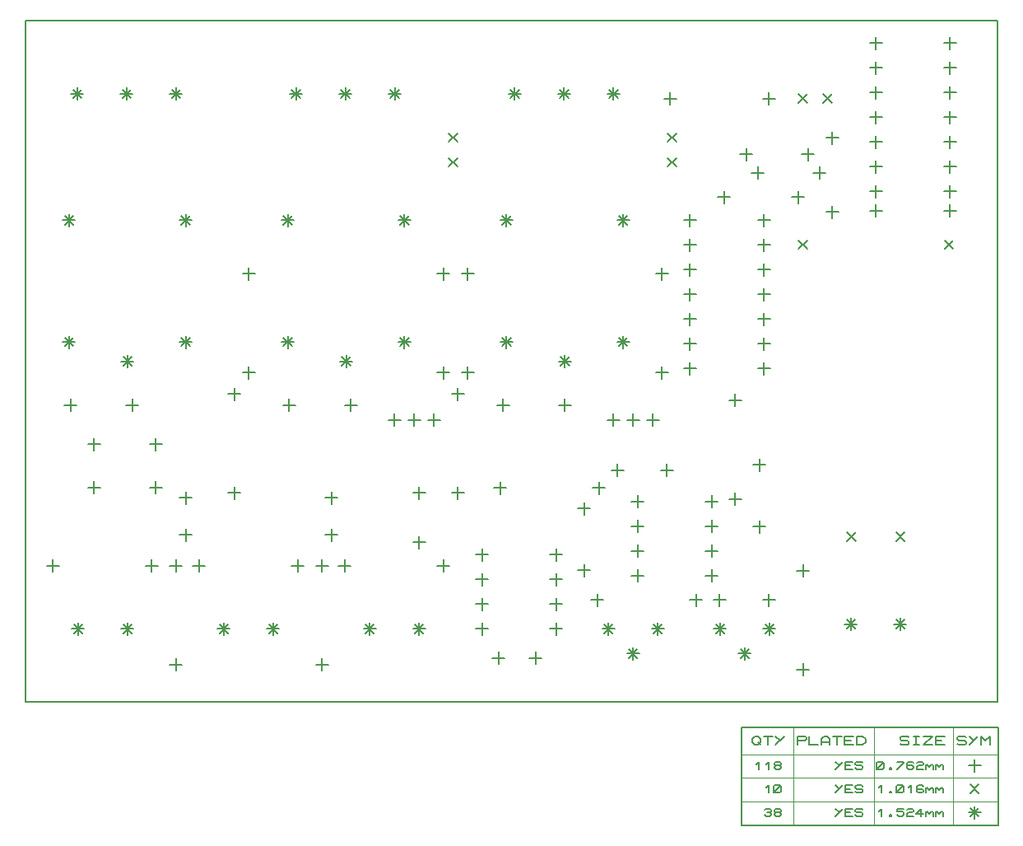
<source format=gbr>
G04 PROTEUS RS274X GERBER FILE*
%FSLAX45Y45*%
%MOMM*%
G01*
%ADD20C,0.203200*%
%ADD21C,0.127000*%
%ADD22C,0.063500*%
D20*
X-992000Y+863500D02*
X-992000Y+736500D01*
X-928500Y+800000D02*
X-1055500Y+800000D01*
X-947099Y+844901D02*
X-1036901Y+755099D01*
X-947099Y+755099D02*
X-1036901Y+844901D01*
X-1500000Y+863500D02*
X-1500000Y+736500D01*
X-1436500Y+800000D02*
X-1563500Y+800000D01*
X-1455099Y+844901D02*
X-1544901Y+755099D01*
X-1455099Y+755099D02*
X-1544901Y+844901D01*
X-3942000Y+6313500D02*
X-3942000Y+6186500D01*
X-3878500Y+6250000D02*
X-4005500Y+6250000D01*
X-3897099Y+6294901D02*
X-3986901Y+6205099D01*
X-3897099Y+6205099D02*
X-3986901Y+6294901D01*
X-4450000Y+6313500D02*
X-4450000Y+6186500D01*
X-4386500Y+6250000D02*
X-4513500Y+6250000D01*
X-4405099Y+6294901D02*
X-4494901Y+6205099D01*
X-4405099Y+6205099D02*
X-4494901Y+6294901D01*
X-4958000Y+6313500D02*
X-4958000Y+6186500D01*
X-4894500Y+6250000D02*
X-5021500Y+6250000D01*
X-4913099Y+6294901D02*
X-5002901Y+6205099D01*
X-4913099Y+6205099D02*
X-5002901Y+6294901D01*
X-8442000Y+6313500D02*
X-8442000Y+6186500D01*
X-8378500Y+6250000D02*
X-8505500Y+6250000D01*
X-8397099Y+6294901D02*
X-8486901Y+6205099D01*
X-8397099Y+6205099D02*
X-8486901Y+6294901D01*
X-8950000Y+6313500D02*
X-8950000Y+6186500D01*
X-8886500Y+6250000D02*
X-9013500Y+6250000D01*
X-8905099Y+6294901D02*
X-8994901Y+6205099D01*
X-8905099Y+6205099D02*
X-8994901Y+6294901D01*
X-9458000Y+6313500D02*
X-9458000Y+6186500D01*
X-9394500Y+6250000D02*
X-9521500Y+6250000D01*
X-9413099Y+6294901D02*
X-9502901Y+6205099D01*
X-9413099Y+6205099D02*
X-9502901Y+6294901D01*
X-6192000Y+6313500D02*
X-6192000Y+6186500D01*
X-6128500Y+6250000D02*
X-6255500Y+6250000D01*
X-6147099Y+6294901D02*
X-6236901Y+6205099D01*
X-6147099Y+6205099D02*
X-6236901Y+6294901D01*
X-6700000Y+6313500D02*
X-6700000Y+6186500D01*
X-6636500Y+6250000D02*
X-6763500Y+6250000D01*
X-6655099Y+6294901D02*
X-6744901Y+6205099D01*
X-6655099Y+6205099D02*
X-6744901Y+6294901D01*
X-7208000Y+6313500D02*
X-7208000Y+6186500D01*
X-7144500Y+6250000D02*
X-7271500Y+6250000D01*
X-7163099Y+6294901D02*
X-7252901Y+6205099D01*
X-7163099Y+6205099D02*
X-7252901Y+6294901D01*
X-3842000Y+3763500D02*
X-3842000Y+3636500D01*
X-3778500Y+3700000D02*
X-3905500Y+3700000D01*
X-3797099Y+3744901D02*
X-3886901Y+3655099D01*
X-3797099Y+3655099D02*
X-3886901Y+3744901D01*
X-5042000Y+3763500D02*
X-5042000Y+3636500D01*
X-4978500Y+3700000D02*
X-5105500Y+3700000D01*
X-4997099Y+3744901D02*
X-5086901Y+3655099D01*
X-4997099Y+3655099D02*
X-5086901Y+3744901D01*
X-4442000Y+3563500D02*
X-4442000Y+3436500D01*
X-4378500Y+3500000D02*
X-4505500Y+3500000D01*
X-4397099Y+3544901D02*
X-4486901Y+3455099D01*
X-4397099Y+3455099D02*
X-4486901Y+3544901D01*
X-5042000Y+5013500D02*
X-5042000Y+4886500D01*
X-4978500Y+4950000D02*
X-5105500Y+4950000D01*
X-4997099Y+4994901D02*
X-5086901Y+4905099D01*
X-4997099Y+4905099D02*
X-5086901Y+4994901D01*
X-3842000Y+5013500D02*
X-3842000Y+4886500D01*
X-3778500Y+4950000D02*
X-3905500Y+4950000D01*
X-3797099Y+4994901D02*
X-3886901Y+4905099D01*
X-3797099Y+4905099D02*
X-3886901Y+4994901D01*
X-6092000Y+3763500D02*
X-6092000Y+3636500D01*
X-6028500Y+3700000D02*
X-6155500Y+3700000D01*
X-6047099Y+3744901D02*
X-6136901Y+3655099D01*
X-6047099Y+3655099D02*
X-6136901Y+3744901D01*
X-7292000Y+3763500D02*
X-7292000Y+3636500D01*
X-7228500Y+3700000D02*
X-7355500Y+3700000D01*
X-7247099Y+3744901D02*
X-7336901Y+3655099D01*
X-7247099Y+3655099D02*
X-7336901Y+3744901D01*
X-6692000Y+3563500D02*
X-6692000Y+3436500D01*
X-6628500Y+3500000D02*
X-6755500Y+3500000D01*
X-6647099Y+3544901D02*
X-6736901Y+3455099D01*
X-6647099Y+3455099D02*
X-6736901Y+3544901D01*
X-7292000Y+5013500D02*
X-7292000Y+4886500D01*
X-7228500Y+4950000D02*
X-7355500Y+4950000D01*
X-7247099Y+4994901D02*
X-7336901Y+4905099D01*
X-7247099Y+4905099D02*
X-7336901Y+4994901D01*
X-6092000Y+5013500D02*
X-6092000Y+4886500D01*
X-6028500Y+4950000D02*
X-6155500Y+4950000D01*
X-6047099Y+4994901D02*
X-6136901Y+4905099D01*
X-6047099Y+4905099D02*
X-6136901Y+4994901D01*
X-8342000Y+3763500D02*
X-8342000Y+3636500D01*
X-8278500Y+3700000D02*
X-8405500Y+3700000D01*
X-8297099Y+3744901D02*
X-8386901Y+3655099D01*
X-8297099Y+3655099D02*
X-8386901Y+3744901D01*
X-9542000Y+3763500D02*
X-9542000Y+3636500D01*
X-9478500Y+3700000D02*
X-9605500Y+3700000D01*
X-9497099Y+3744901D02*
X-9586901Y+3655099D01*
X-9497099Y+3655099D02*
X-9586901Y+3744901D01*
X-8942000Y+3563500D02*
X-8942000Y+3436500D01*
X-8878500Y+3500000D02*
X-9005500Y+3500000D01*
X-8897099Y+3544901D02*
X-8986901Y+3455099D01*
X-8897099Y+3455099D02*
X-8986901Y+3544901D01*
X-9542000Y+5013500D02*
X-9542000Y+4886500D01*
X-9478500Y+4950000D02*
X-9605500Y+4950000D01*
X-9497099Y+4994901D02*
X-9586901Y+4905099D01*
X-9497099Y+4905099D02*
X-9586901Y+4994901D01*
X-8342000Y+5013500D02*
X-8342000Y+4886500D01*
X-8278500Y+4950000D02*
X-8405500Y+4950000D01*
X-8297099Y+4994901D02*
X-8386901Y+4905099D01*
X-8297099Y+4905099D02*
X-8386901Y+4994901D01*
X-5942000Y+813500D02*
X-5942000Y+686500D01*
X-5878500Y+750000D02*
X-6005500Y+750000D01*
X-5897099Y+794901D02*
X-5986901Y+705099D01*
X-5897099Y+705099D02*
X-5986901Y+794901D01*
X-6450000Y+813500D02*
X-6450000Y+686500D01*
X-6386500Y+750000D02*
X-6513500Y+750000D01*
X-6405099Y+794901D02*
X-6494901Y+705099D01*
X-6405099Y+705099D02*
X-6494901Y+794901D01*
X-7442000Y+813500D02*
X-7442000Y+686500D01*
X-7378500Y+750000D02*
X-7505500Y+750000D01*
X-7397099Y+794901D02*
X-7486901Y+705099D01*
X-7397099Y+705099D02*
X-7486901Y+794901D01*
X-7950000Y+813500D02*
X-7950000Y+686500D01*
X-7886500Y+750000D02*
X-8013500Y+750000D01*
X-7905099Y+794901D02*
X-7994901Y+705099D01*
X-7905099Y+705099D02*
X-7994901Y+794901D01*
X-8942000Y+813500D02*
X-8942000Y+686500D01*
X-8878500Y+750000D02*
X-9005500Y+750000D01*
X-8897099Y+794901D02*
X-8986901Y+705099D01*
X-8897099Y+705099D02*
X-8986901Y+794901D01*
X-9450000Y+813500D02*
X-9450000Y+686500D01*
X-9386500Y+750000D02*
X-9513500Y+750000D01*
X-9405099Y+794901D02*
X-9494901Y+705099D01*
X-9405099Y+705099D02*
X-9494901Y+794901D01*
X-947099Y+1744901D02*
X-1036901Y+1655099D01*
X-947099Y+1655099D02*
X-1036901Y+1744901D01*
X-1447099Y+1744901D02*
X-1536901Y+1655099D01*
X-1447099Y+1655099D02*
X-1536901Y+1744901D01*
X-447099Y+4744901D02*
X-536901Y+4655099D01*
X-447099Y+4655099D02*
X-536901Y+4744901D01*
X-1947099Y+4744901D02*
X-2036901Y+4655099D01*
X-1947099Y+4655099D02*
X-2036901Y+4744901D01*
X-6942000Y+1463500D02*
X-6942000Y+1336500D01*
X-6878500Y+1400000D02*
X-7005500Y+1400000D01*
X-6942000Y+447500D02*
X-6942000Y+320500D01*
X-6878500Y+384000D02*
X-7005500Y+384000D01*
X-8442000Y+1463500D02*
X-8442000Y+1336500D01*
X-8378500Y+1400000D02*
X-8505500Y+1400000D01*
X-8442000Y+447500D02*
X-8442000Y+320500D01*
X-8378500Y+384000D02*
X-8505500Y+384000D01*
X-8692000Y+1463500D02*
X-8692000Y+1336500D01*
X-8628500Y+1400000D02*
X-8755500Y+1400000D01*
X-9708000Y+1463500D02*
X-9708000Y+1336500D01*
X-9644500Y+1400000D02*
X-9771500Y+1400000D01*
X-4442000Y+3113500D02*
X-4442000Y+2986500D01*
X-4378500Y+3050000D02*
X-4505500Y+3050000D01*
X-5077000Y+3113500D02*
X-5077000Y+2986500D01*
X-5013500Y+3050000D02*
X-5140500Y+3050000D01*
X-6642000Y+3113500D02*
X-6642000Y+2986500D01*
X-6578500Y+3050000D02*
X-6705500Y+3050000D01*
X-7277000Y+3113500D02*
X-7277000Y+2986500D01*
X-7213500Y+3050000D02*
X-7340500Y+3050000D01*
X-8892000Y+3113500D02*
X-8892000Y+2986500D01*
X-8828500Y+3050000D02*
X-8955500Y+3050000D01*
X-9527000Y+3113500D02*
X-9527000Y+2986500D01*
X-9463500Y+3050000D02*
X-9590500Y+3050000D01*
X-6195200Y+2963500D02*
X-6195200Y+2836500D01*
X-6131700Y+2900000D02*
X-6258700Y+2900000D01*
X-5992000Y+2963500D02*
X-5992000Y+2836500D01*
X-5928500Y+2900000D02*
X-6055500Y+2900000D01*
X-5788800Y+2963500D02*
X-5788800Y+2836500D01*
X-5725300Y+2900000D02*
X-5852300Y+2900000D01*
X-3945200Y+2963500D02*
X-3945200Y+2836500D01*
X-3881700Y+2900000D02*
X-4008700Y+2900000D01*
X-3742000Y+2963500D02*
X-3742000Y+2836500D01*
X-3678500Y+2900000D02*
X-3805500Y+2900000D01*
X-3538800Y+2963500D02*
X-3538800Y+2836500D01*
X-3475300Y+2900000D02*
X-3602300Y+2900000D01*
X-5542000Y+3229500D02*
X-5542000Y+3102500D01*
X-5478500Y+3166000D02*
X-5605500Y+3166000D01*
X-5542000Y+2213500D02*
X-5542000Y+2086500D01*
X-5478500Y+2150000D02*
X-5605500Y+2150000D01*
X-7842000Y+3229500D02*
X-7842000Y+3102500D01*
X-7778500Y+3166000D02*
X-7905500Y+3166000D01*
X-7842000Y+2213500D02*
X-7842000Y+2086500D01*
X-7778500Y+2150000D02*
X-7905500Y+2150000D01*
X-5692000Y+1463500D02*
X-5692000Y+1336500D01*
X-5628500Y+1400000D02*
X-5755500Y+1400000D01*
X-6708000Y+1463500D02*
X-6708000Y+1336500D01*
X-6644500Y+1400000D02*
X-6771500Y+1400000D01*
X-7192000Y+1463500D02*
X-7192000Y+1336500D01*
X-7128500Y+1400000D02*
X-7255500Y+1400000D01*
X-8208000Y+1463500D02*
X-8208000Y+1336500D01*
X-8144500Y+1400000D02*
X-8271500Y+1400000D01*
X-6842000Y+2163500D02*
X-6842000Y+2036500D01*
X-6778500Y+2100000D02*
X-6905500Y+2100000D01*
X-6842000Y+1782500D02*
X-6842000Y+1655500D01*
X-6778500Y+1719000D02*
X-6905500Y+1719000D01*
X-8342000Y+2163500D02*
X-8342000Y+2036500D01*
X-8278500Y+2100000D02*
X-8405500Y+2100000D01*
X-8342000Y+1782500D02*
X-8342000Y+1655500D01*
X-8278500Y+1719000D02*
X-8405500Y+1719000D01*
X-2846000Y+813500D02*
X-2846000Y+686500D01*
X-2782500Y+750000D02*
X-2909500Y+750000D01*
X-2801099Y+794901D02*
X-2890901Y+705099D01*
X-2801099Y+705099D02*
X-2890901Y+794901D01*
X-2338000Y+813500D02*
X-2338000Y+686500D01*
X-2274500Y+750000D02*
X-2401500Y+750000D01*
X-2293099Y+794901D02*
X-2382901Y+705099D01*
X-2293099Y+705099D02*
X-2382901Y+794901D01*
X-2592000Y+559500D02*
X-2592000Y+432500D01*
X-2528500Y+496000D02*
X-2655500Y+496000D01*
X-2547099Y+540901D02*
X-2636901Y+451099D01*
X-2547099Y+451099D02*
X-2636901Y+540901D01*
X-3996000Y+813500D02*
X-3996000Y+686500D01*
X-3932500Y+750000D02*
X-4059500Y+750000D01*
X-3951099Y+794901D02*
X-4040901Y+705099D01*
X-3951099Y+705099D02*
X-4040901Y+794901D01*
X-3488000Y+813500D02*
X-3488000Y+686500D01*
X-3424500Y+750000D02*
X-3551500Y+750000D01*
X-3443099Y+794901D02*
X-3532901Y+705099D01*
X-3443099Y+705099D02*
X-3532901Y+794901D01*
X-3742000Y+559500D02*
X-3742000Y+432500D01*
X-3678500Y+496000D02*
X-3805500Y+496000D01*
X-3697099Y+540901D02*
X-3786901Y+451099D01*
X-3697099Y+451099D02*
X-3786901Y+540901D01*
X-5292000Y+813500D02*
X-5292000Y+686500D01*
X-5228500Y+750000D02*
X-5355500Y+750000D01*
X-5292000Y+1067500D02*
X-5292000Y+940500D01*
X-5228500Y+1004000D02*
X-5355500Y+1004000D01*
X-5292000Y+1321500D02*
X-5292000Y+1194500D01*
X-5228500Y+1258000D02*
X-5355500Y+1258000D01*
X-5292000Y+1575500D02*
X-5292000Y+1448500D01*
X-5228500Y+1512000D02*
X-5355500Y+1512000D01*
X-4530000Y+1575500D02*
X-4530000Y+1448500D01*
X-4466500Y+1512000D02*
X-4593500Y+1512000D01*
X-4530000Y+1321500D02*
X-4530000Y+1194500D01*
X-4466500Y+1258000D02*
X-4593500Y+1258000D01*
X-4530000Y+1067500D02*
X-4530000Y+940500D01*
X-4466500Y+1004000D02*
X-4593500Y+1004000D01*
X-4530000Y+813500D02*
X-4530000Y+686500D01*
X-4466500Y+750000D02*
X-4593500Y+750000D01*
X-3692000Y+1363500D02*
X-3692000Y+1236500D01*
X-3628500Y+1300000D02*
X-3755500Y+1300000D01*
X-3692000Y+1617500D02*
X-3692000Y+1490500D01*
X-3628500Y+1554000D02*
X-3755500Y+1554000D01*
X-3692000Y+1871500D02*
X-3692000Y+1744500D01*
X-3628500Y+1808000D02*
X-3755500Y+1808000D01*
X-3692000Y+2125500D02*
X-3692000Y+1998500D01*
X-3628500Y+2062000D02*
X-3755500Y+2062000D01*
X-2930000Y+2125500D02*
X-2930000Y+1998500D01*
X-2866500Y+2062000D02*
X-2993500Y+2062000D01*
X-2930000Y+1871500D02*
X-2930000Y+1744500D01*
X-2866500Y+1808000D02*
X-2993500Y+1808000D01*
X-2930000Y+1617500D02*
X-2930000Y+1490500D01*
X-2866500Y+1554000D02*
X-2993500Y+1554000D01*
X-2930000Y+1363500D02*
X-2930000Y+1236500D01*
X-2866500Y+1300000D02*
X-2993500Y+1300000D01*
X-2442000Y+1863500D02*
X-2442000Y+1736500D01*
X-2378500Y+1800000D02*
X-2505500Y+1800000D01*
X-2442000Y+2498500D02*
X-2442000Y+2371500D01*
X-2378500Y+2435000D02*
X-2505500Y+2435000D01*
X-4242000Y+1418500D02*
X-4242000Y+1291500D01*
X-4178500Y+1355000D02*
X-4305500Y+1355000D01*
X-4242000Y+2053500D02*
X-4242000Y+1926500D01*
X-4178500Y+1990000D02*
X-4305500Y+1990000D01*
X-4092000Y+2263500D02*
X-4092000Y+2136500D01*
X-4028500Y+2200000D02*
X-4155500Y+2200000D01*
X-5108000Y+2263500D02*
X-5108000Y+2136500D01*
X-5044500Y+2200000D02*
X-5171500Y+2200000D01*
X-2692000Y+3163500D02*
X-2692000Y+3036500D01*
X-2628500Y+3100000D02*
X-2755500Y+3100000D01*
X-2692000Y+2147500D02*
X-2692000Y+2020500D01*
X-2628500Y+2084000D02*
X-2755500Y+2084000D01*
X-5442000Y+4463500D02*
X-5442000Y+4336500D01*
X-5378500Y+4400000D02*
X-5505500Y+4400000D01*
X-5442000Y+3447500D02*
X-5442000Y+3320500D01*
X-5378500Y+3384000D02*
X-5505500Y+3384000D01*
X-5692000Y+4463500D02*
X-5692000Y+4336500D01*
X-5628500Y+4400000D02*
X-5755500Y+4400000D01*
X-5692000Y+3447500D02*
X-5692000Y+3320500D01*
X-5628500Y+3384000D02*
X-5755500Y+3384000D01*
X-7692000Y+4463500D02*
X-7692000Y+4336500D01*
X-7628500Y+4400000D02*
X-7755500Y+4400000D01*
X-7692000Y+3447500D02*
X-7692000Y+3320500D01*
X-7628500Y+3384000D02*
X-7755500Y+3384000D01*
X-3442000Y+4463500D02*
X-3442000Y+4336500D01*
X-3378500Y+4400000D02*
X-3505500Y+4400000D01*
X-3442000Y+3447500D02*
X-3442000Y+3320500D01*
X-3378500Y+3384000D02*
X-3505500Y+3384000D01*
X-5547099Y+5844901D02*
X-5636901Y+5755099D01*
X-5547099Y+5755099D02*
X-5636901Y+5844901D01*
X-5547099Y+5590901D02*
X-5636901Y+5501099D01*
X-5547099Y+5501099D02*
X-5636901Y+5590901D01*
X-3297099Y+5844901D02*
X-3386901Y+5755099D01*
X-3297099Y+5755099D02*
X-3386901Y+5844901D01*
X-3297099Y+5590901D02*
X-3386901Y+5501099D01*
X-3297099Y+5501099D02*
X-3386901Y+5590901D01*
X-5942000Y+1705500D02*
X-5942000Y+1578500D01*
X-5878500Y+1642000D02*
X-6005500Y+1642000D01*
X-5942000Y+2213500D02*
X-5942000Y+2086500D01*
X-5878500Y+2150000D02*
X-6005500Y+2150000D01*
X-1242000Y+5313500D02*
X-1242000Y+5186500D01*
X-1178500Y+5250000D02*
X-1305500Y+5250000D01*
X-1242000Y+5567500D02*
X-1242000Y+5440500D01*
X-1178500Y+5504000D02*
X-1305500Y+5504000D01*
X-1242000Y+5821500D02*
X-1242000Y+5694500D01*
X-1178500Y+5758000D02*
X-1305500Y+5758000D01*
X-1242000Y+6075500D02*
X-1242000Y+5948500D01*
X-1178500Y+6012000D02*
X-1305500Y+6012000D01*
X-1242000Y+6329500D02*
X-1242000Y+6202500D01*
X-1178500Y+6266000D02*
X-1305500Y+6266000D01*
X-1242000Y+6583500D02*
X-1242000Y+6456500D01*
X-1178500Y+6520000D02*
X-1305500Y+6520000D01*
X-1242000Y+6837500D02*
X-1242000Y+6710500D01*
X-1178500Y+6774000D02*
X-1305500Y+6774000D01*
X-480000Y+6837500D02*
X-480000Y+6710500D01*
X-416500Y+6774000D02*
X-543500Y+6774000D01*
X-480000Y+6583500D02*
X-480000Y+6456500D01*
X-416500Y+6520000D02*
X-543500Y+6520000D01*
X-480000Y+6329500D02*
X-480000Y+6202500D01*
X-416500Y+6266000D02*
X-543500Y+6266000D01*
X-480000Y+6075500D02*
X-480000Y+5948500D01*
X-416500Y+6012000D02*
X-543500Y+6012000D01*
X-480000Y+5821500D02*
X-480000Y+5694500D01*
X-416500Y+5758000D02*
X-543500Y+5758000D01*
X-480000Y+5567500D02*
X-480000Y+5440500D01*
X-416500Y+5504000D02*
X-543500Y+5504000D01*
X-480000Y+5313500D02*
X-480000Y+5186500D01*
X-416500Y+5250000D02*
X-543500Y+5250000D01*
X-2392000Y+5013500D02*
X-2392000Y+4886500D01*
X-2328500Y+4950000D02*
X-2455500Y+4950000D01*
X-2392000Y+4759500D02*
X-2392000Y+4632500D01*
X-2328500Y+4696000D02*
X-2455500Y+4696000D01*
X-2392000Y+4505500D02*
X-2392000Y+4378500D01*
X-2328500Y+4442000D02*
X-2455500Y+4442000D01*
X-2392000Y+4251500D02*
X-2392000Y+4124500D01*
X-2328500Y+4188000D02*
X-2455500Y+4188000D01*
X-2392000Y+3997500D02*
X-2392000Y+3870500D01*
X-2328500Y+3934000D02*
X-2455500Y+3934000D01*
X-2392000Y+3743500D02*
X-2392000Y+3616500D01*
X-2328500Y+3680000D02*
X-2455500Y+3680000D01*
X-2392000Y+3489500D02*
X-2392000Y+3362500D01*
X-2328500Y+3426000D02*
X-2455500Y+3426000D01*
X-3154000Y+3489500D02*
X-3154000Y+3362500D01*
X-3090500Y+3426000D02*
X-3217500Y+3426000D01*
X-3154000Y+3743500D02*
X-3154000Y+3616500D01*
X-3090500Y+3680000D02*
X-3217500Y+3680000D01*
X-3154000Y+3997500D02*
X-3154000Y+3870500D01*
X-3090500Y+3934000D02*
X-3217500Y+3934000D01*
X-3154000Y+4251500D02*
X-3154000Y+4124500D01*
X-3090500Y+4188000D02*
X-3217500Y+4188000D01*
X-3154000Y+4505500D02*
X-3154000Y+4378500D01*
X-3090500Y+4442000D02*
X-3217500Y+4442000D01*
X-3154000Y+4759500D02*
X-3154000Y+4632500D01*
X-3090500Y+4696000D02*
X-3217500Y+4696000D01*
X-3154000Y+5013500D02*
X-3154000Y+4886500D01*
X-3090500Y+4950000D02*
X-3217500Y+4950000D01*
X-1692000Y+5101500D02*
X-1692000Y+4974500D01*
X-1628500Y+5038000D02*
X-1755500Y+5038000D01*
X-1692000Y+5863500D02*
X-1692000Y+5736500D01*
X-1628500Y+5800000D02*
X-1755500Y+5800000D01*
X-480000Y+5113500D02*
X-480000Y+4986500D01*
X-416500Y+5050000D02*
X-543500Y+5050000D01*
X-1242000Y+5113500D02*
X-1242000Y+4986500D01*
X-1178500Y+5050000D02*
X-1305500Y+5050000D01*
X-1697099Y+6244901D02*
X-1786901Y+6155099D01*
X-1697099Y+6155099D02*
X-1786901Y+6244901D01*
X-1951099Y+6244901D02*
X-2040901Y+6155099D01*
X-1951099Y+6155099D02*
X-2040901Y+6244901D01*
X-2342000Y+6263500D02*
X-2342000Y+6136500D01*
X-2278500Y+6200000D02*
X-2405500Y+6200000D01*
X-3358000Y+6263500D02*
X-3358000Y+6136500D01*
X-3294500Y+6200000D02*
X-3421500Y+6200000D01*
X-3900000Y+2443500D02*
X-3900000Y+2316500D01*
X-3836500Y+2380000D02*
X-3963500Y+2380000D01*
X-3392000Y+2443500D02*
X-3392000Y+2316500D01*
X-3328500Y+2380000D02*
X-3455500Y+2380000D01*
X-2850000Y+1113500D02*
X-2850000Y+986500D01*
X-2786500Y+1050000D02*
X-2913500Y+1050000D01*
X-2342000Y+1113500D02*
X-2342000Y+986500D01*
X-2278500Y+1050000D02*
X-2405500Y+1050000D01*
X-4742000Y+513500D02*
X-4742000Y+386500D01*
X-4678500Y+450000D02*
X-4805500Y+450000D01*
X-5123000Y+513500D02*
X-5123000Y+386500D01*
X-5059500Y+450000D02*
X-5186500Y+450000D01*
X-1992000Y+1413500D02*
X-1992000Y+1286500D01*
X-1928500Y+1350000D02*
X-2055500Y+1350000D01*
X-1992000Y+397500D02*
X-1992000Y+270500D01*
X-1928500Y+334000D02*
X-2055500Y+334000D01*
X-4108000Y+1113500D02*
X-4108000Y+986500D01*
X-4044500Y+1050000D02*
X-4171500Y+1050000D01*
X-3092000Y+1113500D02*
X-3092000Y+986500D01*
X-3028500Y+1050000D02*
X-3155500Y+1050000D01*
X-1822000Y+5503500D02*
X-1822000Y+5376500D01*
X-1758500Y+5440000D02*
X-1885500Y+5440000D01*
X-2457000Y+5503500D02*
X-2457000Y+5376500D01*
X-2393500Y+5440000D02*
X-2520500Y+5440000D01*
X-1942000Y+5693500D02*
X-1942000Y+5566500D01*
X-1878500Y+5630000D02*
X-2005500Y+5630000D01*
X-2577000Y+5693500D02*
X-2577000Y+5566500D01*
X-2513500Y+5630000D02*
X-2640500Y+5630000D01*
X-2804000Y+5253500D02*
X-2804000Y+5126500D01*
X-2740500Y+5190000D02*
X-2867500Y+5190000D01*
X-2042000Y+5253500D02*
X-2042000Y+5126500D01*
X-1978500Y+5190000D02*
X-2105500Y+5190000D01*
X-8650000Y+2713500D02*
X-8650000Y+2586500D01*
X-8586500Y+2650000D02*
X-8713500Y+2650000D01*
X-9285000Y+2713500D02*
X-9285000Y+2586500D01*
X-9221500Y+2650000D02*
X-9348500Y+2650000D01*
X-9285000Y+2269000D02*
X-9285000Y+2142000D01*
X-9221500Y+2205500D02*
X-9348500Y+2205500D01*
X-8650000Y+2269000D02*
X-8650000Y+2142000D01*
X-8586500Y+2205500D02*
X-8713500Y+2205500D01*
X-9992000Y+0D02*
X+8000Y+0D01*
X+8000Y+7000000D01*
X-9992000Y+7000000D01*
X-9992000Y+0D01*
D21*
X-2625980Y-1267460D02*
X+18160Y-1267460D01*
X+18160Y-264160D01*
X-2625980Y-264160D01*
X-2625980Y-1267460D01*
D22*
X-449202Y-264160D02*
X-449202Y-1267460D01*
X-1262002Y-264160D02*
X-1262002Y-1267460D01*
X-2095122Y-264160D02*
X-2095122Y-1267460D01*
X+18160Y-537210D02*
X-2625980Y-537210D01*
X+18160Y-778510D02*
X-2625980Y-778510D01*
X+18160Y-1019810D02*
X-2625980Y-1019810D01*
D21*
X-404750Y-427990D02*
X-389510Y-443230D01*
X-328550Y-443230D01*
X-313310Y-427990D01*
X-313310Y-412750D01*
X-328550Y-397510D01*
X-389510Y-397510D01*
X-404750Y-382270D01*
X-404750Y-367030D01*
X-389510Y-351790D01*
X-328550Y-351790D01*
X-313310Y-367030D01*
X-191390Y-351790D02*
X-282830Y-443230D01*
X-282830Y-351790D02*
X-237110Y-397510D01*
X-160910Y-443230D02*
X-160910Y-351790D01*
X-115190Y-397510D01*
X-69470Y-351790D01*
X-69470Y-443230D01*
X-994030Y-427990D02*
X-978790Y-443230D01*
X-917830Y-443230D01*
X-902590Y-427990D01*
X-902590Y-412750D01*
X-917830Y-397510D01*
X-978790Y-397510D01*
X-994030Y-382270D01*
X-994030Y-367030D01*
X-978790Y-351790D01*
X-917830Y-351790D01*
X-902590Y-367030D01*
X-856870Y-351790D02*
X-795910Y-351790D01*
X-826390Y-351790D02*
X-826390Y-443230D01*
X-856870Y-443230D02*
X-795910Y-443230D01*
X-750190Y-351790D02*
X-658750Y-351790D01*
X-750190Y-443230D01*
X-658750Y-443230D01*
X-536830Y-443230D02*
X-628270Y-443230D01*
X-628270Y-351790D01*
X-536830Y-351790D01*
X-628270Y-397510D02*
X-567310Y-397510D01*
X-2050670Y-443230D02*
X-2050670Y-351790D01*
X-1974470Y-351790D01*
X-1959230Y-367030D01*
X-1959230Y-382270D01*
X-1974470Y-397510D01*
X-2050670Y-397510D01*
X-1928750Y-351790D02*
X-1928750Y-443230D01*
X-1837310Y-443230D01*
X-1806830Y-443230D02*
X-1806830Y-382270D01*
X-1776350Y-351790D01*
X-1745870Y-351790D01*
X-1715390Y-382270D01*
X-1715390Y-443230D01*
X-1806830Y-412750D02*
X-1715390Y-412750D01*
X-1684910Y-351790D02*
X-1593470Y-351790D01*
X-1639190Y-351790D02*
X-1639190Y-443230D01*
X-1471550Y-443230D02*
X-1562990Y-443230D01*
X-1562990Y-351790D01*
X-1471550Y-351790D01*
X-1562990Y-397510D02*
X-1502030Y-397510D01*
X-1441070Y-443230D02*
X-1441070Y-351790D01*
X-1380110Y-351790D01*
X-1349630Y-382270D01*
X-1349630Y-412750D01*
X-1380110Y-443230D01*
X-1441070Y-443230D01*
X-2518030Y-382270D02*
X-2487550Y-351790D01*
X-2457070Y-351790D01*
X-2426590Y-382270D01*
X-2426590Y-412750D01*
X-2457070Y-443230D01*
X-2487550Y-443230D01*
X-2518030Y-412750D01*
X-2518030Y-382270D01*
X-2457070Y-412750D02*
X-2426590Y-443230D01*
X-2396110Y-351790D02*
X-2304670Y-351790D01*
X-2350390Y-351790D02*
X-2350390Y-443230D01*
X-2182750Y-351790D02*
X-2274190Y-443230D01*
X-2274190Y-351790D02*
X-2228470Y-397510D01*
D20*
X-228220Y-588010D02*
X-228220Y-715010D01*
X-164720Y-651510D02*
X-291720Y-651510D01*
D21*
X-1236600Y-676910D02*
X-1236600Y-626110D01*
X-1223900Y-613410D01*
X-1173100Y-613410D01*
X-1160400Y-626110D01*
X-1160400Y-676910D01*
X-1173100Y-689610D01*
X-1223900Y-689610D01*
X-1236600Y-676910D01*
X-1236600Y-689610D02*
X-1160400Y-613410D01*
X-1096900Y-676910D02*
X-1084200Y-676910D01*
X-1084200Y-689610D01*
X-1096900Y-689610D01*
X-1096900Y-676910D01*
X-1020700Y-613410D02*
X-957200Y-613410D01*
X-957200Y-626110D01*
X-1020700Y-689610D01*
X-855600Y-626110D02*
X-868300Y-613410D01*
X-906400Y-613410D01*
X-919100Y-626110D01*
X-919100Y-676910D01*
X-906400Y-689610D01*
X-868300Y-689610D01*
X-855600Y-676910D01*
X-855600Y-664210D01*
X-868300Y-651510D01*
X-919100Y-651510D01*
X-817500Y-626110D02*
X-804800Y-613410D01*
X-766700Y-613410D01*
X-754000Y-626110D01*
X-754000Y-638810D01*
X-766700Y-651510D01*
X-804800Y-651510D01*
X-817500Y-664210D01*
X-817500Y-689610D01*
X-754000Y-689610D01*
X-728600Y-689610D02*
X-728600Y-638810D01*
X-728600Y-651510D02*
X-715900Y-638810D01*
X-690500Y-664210D01*
X-665100Y-638810D01*
X-652400Y-651510D01*
X-652400Y-689610D01*
X-627000Y-689610D02*
X-627000Y-638810D01*
X-627000Y-651510D02*
X-614300Y-638810D01*
X-588900Y-664210D01*
X-563500Y-638810D01*
X-550800Y-651510D01*
X-550800Y-689610D01*
X-1579500Y-613410D02*
X-1655700Y-689610D01*
X-1655700Y-613410D02*
X-1617600Y-651510D01*
X-1477900Y-689610D02*
X-1554100Y-689610D01*
X-1554100Y-613410D01*
X-1477900Y-613410D01*
X-1554100Y-651510D02*
X-1503300Y-651510D01*
X-1452500Y-676910D02*
X-1439800Y-689610D01*
X-1389000Y-689610D01*
X-1376300Y-676910D01*
X-1376300Y-664210D01*
X-1389000Y-651510D01*
X-1439800Y-651510D01*
X-1452500Y-638810D01*
X-1452500Y-626110D01*
X-1439800Y-613410D01*
X-1389000Y-613410D01*
X-1376300Y-626110D01*
X-2476120Y-638810D02*
X-2450720Y-613410D01*
X-2450720Y-689610D01*
X-2374520Y-638810D02*
X-2349120Y-613410D01*
X-2349120Y-689610D01*
X-2272920Y-651510D02*
X-2285620Y-638810D01*
X-2285620Y-626110D01*
X-2272920Y-613410D01*
X-2234820Y-613410D01*
X-2222120Y-626110D01*
X-2222120Y-638810D01*
X-2234820Y-651510D01*
X-2272920Y-651510D01*
X-2285620Y-664210D01*
X-2285620Y-676910D01*
X-2272920Y-689610D01*
X-2234820Y-689610D01*
X-2222120Y-676910D01*
X-2222120Y-664210D01*
X-2234820Y-651510D01*
D20*
X-183319Y-847909D02*
X-273121Y-937711D01*
X-183319Y-937711D02*
X-273121Y-847909D01*
D21*
X-1211200Y-880110D02*
X-1185800Y-854710D01*
X-1185800Y-930910D01*
X-1096900Y-918210D02*
X-1084200Y-918210D01*
X-1084200Y-930910D01*
X-1096900Y-930910D01*
X-1096900Y-918210D01*
X-1033400Y-918210D02*
X-1033400Y-867410D01*
X-1020700Y-854710D01*
X-969900Y-854710D01*
X-957200Y-867410D01*
X-957200Y-918210D01*
X-969900Y-930910D01*
X-1020700Y-930910D01*
X-1033400Y-918210D01*
X-1033400Y-930910D02*
X-957200Y-854710D01*
X-906400Y-880110D02*
X-881000Y-854710D01*
X-881000Y-930910D01*
X-754000Y-867410D02*
X-766700Y-854710D01*
X-804800Y-854710D01*
X-817500Y-867410D01*
X-817500Y-918210D01*
X-804800Y-930910D01*
X-766700Y-930910D01*
X-754000Y-918210D01*
X-754000Y-905510D01*
X-766700Y-892810D01*
X-817500Y-892810D01*
X-728600Y-930910D02*
X-728600Y-880110D01*
X-728600Y-892810D02*
X-715900Y-880110D01*
X-690500Y-905510D01*
X-665100Y-880110D01*
X-652400Y-892810D01*
X-652400Y-930910D01*
X-627000Y-930910D02*
X-627000Y-880110D01*
X-627000Y-892810D02*
X-614300Y-880110D01*
X-588900Y-905510D01*
X-563500Y-880110D01*
X-550800Y-892810D01*
X-550800Y-930910D01*
X-1579500Y-854710D02*
X-1655700Y-930910D01*
X-1655700Y-854710D02*
X-1617600Y-892810D01*
X-1477900Y-930910D02*
X-1554100Y-930910D01*
X-1554100Y-854710D01*
X-1477900Y-854710D01*
X-1554100Y-892810D02*
X-1503300Y-892810D01*
X-1452500Y-918210D02*
X-1439800Y-930910D01*
X-1389000Y-930910D01*
X-1376300Y-918210D01*
X-1376300Y-905510D01*
X-1389000Y-892810D01*
X-1439800Y-892810D01*
X-1452500Y-880110D01*
X-1452500Y-867410D01*
X-1439800Y-854710D01*
X-1389000Y-854710D01*
X-1376300Y-867410D01*
X-2374520Y-880110D02*
X-2349120Y-854710D01*
X-2349120Y-930910D01*
X-2298320Y-918210D02*
X-2298320Y-867410D01*
X-2285620Y-854710D01*
X-2234820Y-854710D01*
X-2222120Y-867410D01*
X-2222120Y-918210D01*
X-2234820Y-930910D01*
X-2285620Y-930910D01*
X-2298320Y-918210D01*
X-2298320Y-930910D02*
X-2222120Y-854710D01*
D20*
X-228220Y-1070610D02*
X-228220Y-1197610D01*
X-164720Y-1134110D02*
X-291720Y-1134110D01*
X-183319Y-1089209D02*
X-273121Y-1179011D01*
X-183319Y-1179011D02*
X-273121Y-1089209D01*
D21*
X-1211200Y-1121410D02*
X-1185800Y-1096010D01*
X-1185800Y-1172210D01*
X-1096900Y-1159510D02*
X-1084200Y-1159510D01*
X-1084200Y-1172210D01*
X-1096900Y-1172210D01*
X-1096900Y-1159510D01*
X-957200Y-1096010D02*
X-1020700Y-1096010D01*
X-1020700Y-1121410D01*
X-969900Y-1121410D01*
X-957200Y-1134110D01*
X-957200Y-1159510D01*
X-969900Y-1172210D01*
X-1008000Y-1172210D01*
X-1020700Y-1159510D01*
X-919100Y-1108710D02*
X-906400Y-1096010D01*
X-868300Y-1096010D01*
X-855600Y-1108710D01*
X-855600Y-1121410D01*
X-868300Y-1134110D01*
X-906400Y-1134110D01*
X-919100Y-1146810D01*
X-919100Y-1172210D01*
X-855600Y-1172210D01*
X-754000Y-1146810D02*
X-830200Y-1146810D01*
X-779400Y-1096010D01*
X-779400Y-1172210D01*
X-728600Y-1172210D02*
X-728600Y-1121410D01*
X-728600Y-1134110D02*
X-715900Y-1121410D01*
X-690500Y-1146810D01*
X-665100Y-1121410D01*
X-652400Y-1134110D01*
X-652400Y-1172210D01*
X-627000Y-1172210D02*
X-627000Y-1121410D01*
X-627000Y-1134110D02*
X-614300Y-1121410D01*
X-588900Y-1146810D01*
X-563500Y-1121410D01*
X-550800Y-1134110D01*
X-550800Y-1172210D01*
X-1579500Y-1096010D02*
X-1655700Y-1172210D01*
X-1655700Y-1096010D02*
X-1617600Y-1134110D01*
X-1477900Y-1172210D02*
X-1554100Y-1172210D01*
X-1554100Y-1096010D01*
X-1477900Y-1096010D01*
X-1554100Y-1134110D02*
X-1503300Y-1134110D01*
X-1452500Y-1159510D02*
X-1439800Y-1172210D01*
X-1389000Y-1172210D01*
X-1376300Y-1159510D01*
X-1376300Y-1146810D01*
X-1389000Y-1134110D01*
X-1439800Y-1134110D01*
X-1452500Y-1121410D01*
X-1452500Y-1108710D01*
X-1439800Y-1096010D01*
X-1389000Y-1096010D01*
X-1376300Y-1108710D01*
X-2387220Y-1108710D02*
X-2374520Y-1096010D01*
X-2336420Y-1096010D01*
X-2323720Y-1108710D01*
X-2323720Y-1121410D01*
X-2336420Y-1134110D01*
X-2323720Y-1146810D01*
X-2323720Y-1159510D01*
X-2336420Y-1172210D01*
X-2374520Y-1172210D01*
X-2387220Y-1159510D01*
X-2361820Y-1134110D02*
X-2336420Y-1134110D01*
X-2272920Y-1134110D02*
X-2285620Y-1121410D01*
X-2285620Y-1108710D01*
X-2272920Y-1096010D01*
X-2234820Y-1096010D01*
X-2222120Y-1108710D01*
X-2222120Y-1121410D01*
X-2234820Y-1134110D01*
X-2272920Y-1134110D01*
X-2285620Y-1146810D01*
X-2285620Y-1159510D01*
X-2272920Y-1172210D01*
X-2234820Y-1172210D01*
X-2222120Y-1159510D01*
X-2222120Y-1146810D01*
X-2234820Y-1134110D01*
M02*

</source>
